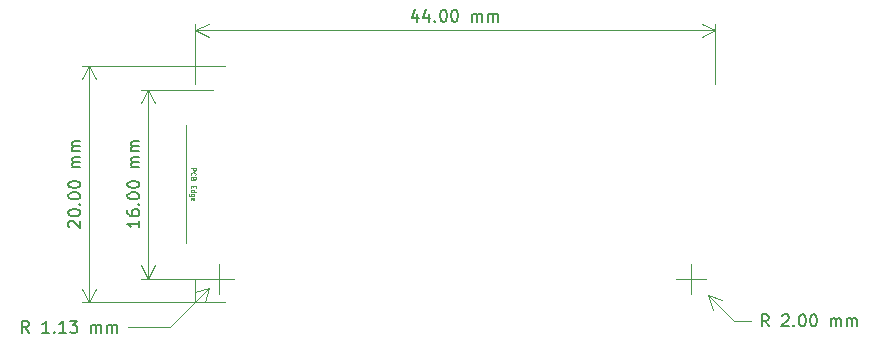
<source format=gbr>
%TF.GenerationSoftware,KiCad,Pcbnew,9.0.1*%
%TF.CreationDate,2025-04-12T17:39:00+05:30*%
%TF.ProjectId,ESPNut-D1,4553504e-7574-42d4-9431-2e6b69636164,0.1*%
%TF.SameCoordinates,Original*%
%TF.FileFunction,OtherDrawing,Comment*%
%FSLAX46Y46*%
G04 Gerber Fmt 4.6, Leading zero omitted, Abs format (unit mm)*
G04 Created by KiCad (PCBNEW 9.0.1) date 2025-04-12 17:39:00*
%MOMM*%
%LPD*%
G01*
G04 APERTURE LIST*
%ADD10C,0.100000*%
%ADD11C,0.200000*%
G04 APERTURE END LIST*
D10*
X0Y2000000D02*
X0Y0D01*
X0Y0D02*
X2000000Y0D01*
D11*
X48532488Y-2045379D02*
X48199155Y-1569188D01*
X47961060Y-2045379D02*
X47961060Y-1045379D01*
X47961060Y-1045379D02*
X48342012Y-1045379D01*
X48342012Y-1045379D02*
X48437250Y-1092998D01*
X48437250Y-1092998D02*
X48484869Y-1140617D01*
X48484869Y-1140617D02*
X48532488Y-1235855D01*
X48532488Y-1235855D02*
X48532488Y-1378712D01*
X48532488Y-1378712D02*
X48484869Y-1473950D01*
X48484869Y-1473950D02*
X48437250Y-1521569D01*
X48437250Y-1521569D02*
X48342012Y-1569188D01*
X48342012Y-1569188D02*
X47961060Y-1569188D01*
X49675346Y-1140617D02*
X49722965Y-1092998D01*
X49722965Y-1092998D02*
X49818203Y-1045379D01*
X49818203Y-1045379D02*
X50056298Y-1045379D01*
X50056298Y-1045379D02*
X50151536Y-1092998D01*
X50151536Y-1092998D02*
X50199155Y-1140617D01*
X50199155Y-1140617D02*
X50246774Y-1235855D01*
X50246774Y-1235855D02*
X50246774Y-1331093D01*
X50246774Y-1331093D02*
X50199155Y-1473950D01*
X50199155Y-1473950D02*
X49627727Y-2045379D01*
X49627727Y-2045379D02*
X50246774Y-2045379D01*
X50675346Y-1950140D02*
X50722965Y-1997760D01*
X50722965Y-1997760D02*
X50675346Y-2045379D01*
X50675346Y-2045379D02*
X50627727Y-1997760D01*
X50627727Y-1997760D02*
X50675346Y-1950140D01*
X50675346Y-1950140D02*
X50675346Y-2045379D01*
X51342012Y-1045379D02*
X51437250Y-1045379D01*
X51437250Y-1045379D02*
X51532488Y-1092998D01*
X51532488Y-1092998D02*
X51580107Y-1140617D01*
X51580107Y-1140617D02*
X51627726Y-1235855D01*
X51627726Y-1235855D02*
X51675345Y-1426331D01*
X51675345Y-1426331D02*
X51675345Y-1664426D01*
X51675345Y-1664426D02*
X51627726Y-1854902D01*
X51627726Y-1854902D02*
X51580107Y-1950140D01*
X51580107Y-1950140D02*
X51532488Y-1997760D01*
X51532488Y-1997760D02*
X51437250Y-2045379D01*
X51437250Y-2045379D02*
X51342012Y-2045379D01*
X51342012Y-2045379D02*
X51246774Y-1997760D01*
X51246774Y-1997760D02*
X51199155Y-1950140D01*
X51199155Y-1950140D02*
X51151536Y-1854902D01*
X51151536Y-1854902D02*
X51103917Y-1664426D01*
X51103917Y-1664426D02*
X51103917Y-1426331D01*
X51103917Y-1426331D02*
X51151536Y-1235855D01*
X51151536Y-1235855D02*
X51199155Y-1140617D01*
X51199155Y-1140617D02*
X51246774Y-1092998D01*
X51246774Y-1092998D02*
X51342012Y-1045379D01*
X52294393Y-1045379D02*
X52389631Y-1045379D01*
X52389631Y-1045379D02*
X52484869Y-1092998D01*
X52484869Y-1092998D02*
X52532488Y-1140617D01*
X52532488Y-1140617D02*
X52580107Y-1235855D01*
X52580107Y-1235855D02*
X52627726Y-1426331D01*
X52627726Y-1426331D02*
X52627726Y-1664426D01*
X52627726Y-1664426D02*
X52580107Y-1854902D01*
X52580107Y-1854902D02*
X52532488Y-1950140D01*
X52532488Y-1950140D02*
X52484869Y-1997760D01*
X52484869Y-1997760D02*
X52389631Y-2045379D01*
X52389631Y-2045379D02*
X52294393Y-2045379D01*
X52294393Y-2045379D02*
X52199155Y-1997760D01*
X52199155Y-1997760D02*
X52151536Y-1950140D01*
X52151536Y-1950140D02*
X52103917Y-1854902D01*
X52103917Y-1854902D02*
X52056298Y-1664426D01*
X52056298Y-1664426D02*
X52056298Y-1426331D01*
X52056298Y-1426331D02*
X52103917Y-1235855D01*
X52103917Y-1235855D02*
X52151536Y-1140617D01*
X52151536Y-1140617D02*
X52199155Y-1092998D01*
X52199155Y-1092998D02*
X52294393Y-1045379D01*
X53818203Y-2045379D02*
X53818203Y-1378712D01*
X53818203Y-1473950D02*
X53865822Y-1426331D01*
X53865822Y-1426331D02*
X53961060Y-1378712D01*
X53961060Y-1378712D02*
X54103917Y-1378712D01*
X54103917Y-1378712D02*
X54199155Y-1426331D01*
X54199155Y-1426331D02*
X54246774Y-1521569D01*
X54246774Y-1521569D02*
X54246774Y-2045379D01*
X54246774Y-1521569D02*
X54294393Y-1426331D01*
X54294393Y-1426331D02*
X54389631Y-1378712D01*
X54389631Y-1378712D02*
X54532488Y-1378712D01*
X54532488Y-1378712D02*
X54627727Y-1426331D01*
X54627727Y-1426331D02*
X54675346Y-1521569D01*
X54675346Y-1521569D02*
X54675346Y-2045379D01*
X55151536Y-2045379D02*
X55151536Y-1378712D01*
X55151536Y-1473950D02*
X55199155Y-1426331D01*
X55199155Y-1426331D02*
X55294393Y-1378712D01*
X55294393Y-1378712D02*
X55437250Y-1378712D01*
X55437250Y-1378712D02*
X55532488Y-1426331D01*
X55532488Y-1426331D02*
X55580107Y-1521569D01*
X55580107Y-1521569D02*
X55580107Y-2045379D01*
X55580107Y-1521569D02*
X55627726Y-1426331D01*
X55627726Y-1426331D02*
X55722964Y-1378712D01*
X55722964Y-1378712D02*
X55865821Y-1378712D01*
X55865821Y-1378712D02*
X55961060Y-1426331D01*
X55961060Y-1426331D02*
X56008679Y-1521569D01*
X56008679Y-1521569D02*
X56008679Y-2045379D01*
D10*
X42000000Y3270000D02*
X42000000Y730000D01*
X43270000Y2000000D02*
X40730000Y2000000D01*
X43414214Y585786D02*
X45593160Y-1593160D01*
X45593160Y-1593160D02*
X47022965Y-1593160D01*
X43414214Y585786D02*
X44625435Y203890D01*
X43414214Y585786D02*
X43796110Y-625435D01*
D11*
X-14090764Y-2584679D02*
X-14424097Y-2108488D01*
X-14662192Y-2584679D02*
X-14662192Y-1584679D01*
X-14662192Y-1584679D02*
X-14281240Y-1584679D01*
X-14281240Y-1584679D02*
X-14186002Y-1632298D01*
X-14186002Y-1632298D02*
X-14138383Y-1679917D01*
X-14138383Y-1679917D02*
X-14090764Y-1775155D01*
X-14090764Y-1775155D02*
X-14090764Y-1918012D01*
X-14090764Y-1918012D02*
X-14138383Y-2013250D01*
X-14138383Y-2013250D02*
X-14186002Y-2060869D01*
X-14186002Y-2060869D02*
X-14281240Y-2108488D01*
X-14281240Y-2108488D02*
X-14662192Y-2108488D01*
X-12376478Y-2584679D02*
X-12947906Y-2584679D01*
X-12662192Y-2584679D02*
X-12662192Y-1584679D01*
X-12662192Y-1584679D02*
X-12757430Y-1727536D01*
X-12757430Y-1727536D02*
X-12852668Y-1822774D01*
X-12852668Y-1822774D02*
X-12947906Y-1870393D01*
X-11947906Y-2489440D02*
X-11900287Y-2537060D01*
X-11900287Y-2537060D02*
X-11947906Y-2584679D01*
X-11947906Y-2584679D02*
X-11995525Y-2537060D01*
X-11995525Y-2537060D02*
X-11947906Y-2489440D01*
X-11947906Y-2489440D02*
X-11947906Y-2584679D01*
X-10947907Y-2584679D02*
X-11519335Y-2584679D01*
X-11233621Y-2584679D02*
X-11233621Y-1584679D01*
X-11233621Y-1584679D02*
X-11328859Y-1727536D01*
X-11328859Y-1727536D02*
X-11424097Y-1822774D01*
X-11424097Y-1822774D02*
X-11519335Y-1870393D01*
X-10614573Y-1584679D02*
X-9995526Y-1584679D01*
X-9995526Y-1584679D02*
X-10328859Y-1965631D01*
X-10328859Y-1965631D02*
X-10186002Y-1965631D01*
X-10186002Y-1965631D02*
X-10090764Y-2013250D01*
X-10090764Y-2013250D02*
X-10043145Y-2060869D01*
X-10043145Y-2060869D02*
X-9995526Y-2156107D01*
X-9995526Y-2156107D02*
X-9995526Y-2394202D01*
X-9995526Y-2394202D02*
X-10043145Y-2489440D01*
X-10043145Y-2489440D02*
X-10090764Y-2537060D01*
X-10090764Y-2537060D02*
X-10186002Y-2584679D01*
X-10186002Y-2584679D02*
X-10471716Y-2584679D01*
X-10471716Y-2584679D02*
X-10566954Y-2537060D01*
X-10566954Y-2537060D02*
X-10614573Y-2489440D01*
X-8805049Y-2584679D02*
X-8805049Y-1918012D01*
X-8805049Y-2013250D02*
X-8757430Y-1965631D01*
X-8757430Y-1965631D02*
X-8662192Y-1918012D01*
X-8662192Y-1918012D02*
X-8519335Y-1918012D01*
X-8519335Y-1918012D02*
X-8424097Y-1965631D01*
X-8424097Y-1965631D02*
X-8376478Y-2060869D01*
X-8376478Y-2060869D02*
X-8376478Y-2584679D01*
X-8376478Y-2060869D02*
X-8328859Y-1965631D01*
X-8328859Y-1965631D02*
X-8233621Y-1918012D01*
X-8233621Y-1918012D02*
X-8090764Y-1918012D01*
X-8090764Y-1918012D02*
X-7995525Y-1965631D01*
X-7995525Y-1965631D02*
X-7947906Y-2060869D01*
X-7947906Y-2060869D02*
X-7947906Y-2584679D01*
X-7471716Y-2584679D02*
X-7471716Y-1918012D01*
X-7471716Y-2013250D02*
X-7424097Y-1965631D01*
X-7424097Y-1965631D02*
X-7328859Y-1918012D01*
X-7328859Y-1918012D02*
X-7186002Y-1918012D01*
X-7186002Y-1918012D02*
X-7090764Y-1965631D01*
X-7090764Y-1965631D02*
X-7043145Y-2060869D01*
X-7043145Y-2060869D02*
X-7043145Y-2584679D01*
X-7043145Y-2060869D02*
X-6995526Y-1965631D01*
X-6995526Y-1965631D02*
X-6900288Y-1918012D01*
X-6900288Y-1918012D02*
X-6757431Y-1918012D01*
X-6757431Y-1918012D02*
X-6662192Y-1965631D01*
X-6662192Y-1965631D02*
X-6614573Y-2060869D01*
X-6614573Y-2060869D02*
X-6614573Y-2584679D01*
D10*
X2000000Y3270000D02*
X2000000Y730000D01*
X3270000Y2000000D02*
X730000Y2000000D01*
X1200000Y1200000D02*
X-2132460Y-2132460D01*
X-2132460Y-2132460D02*
X-5676478Y-2132460D01*
X1200000Y1200000D02*
X818104Y-11221D01*
X1200000Y1200000D02*
X-11221Y818104D01*
D11*
X-10652543Y6333335D02*
X-10700162Y6380954D01*
X-10700162Y6380954D02*
X-10747781Y6476192D01*
X-10747781Y6476192D02*
X-10747781Y6714287D01*
X-10747781Y6714287D02*
X-10700162Y6809525D01*
X-10700162Y6809525D02*
X-10652543Y6857144D01*
X-10652543Y6857144D02*
X-10557305Y6904763D01*
X-10557305Y6904763D02*
X-10462067Y6904763D01*
X-10462067Y6904763D02*
X-10319210Y6857144D01*
X-10319210Y6857144D02*
X-9747781Y6285716D01*
X-9747781Y6285716D02*
X-9747781Y6904763D01*
X-10747781Y7523811D02*
X-10747781Y7619049D01*
X-10747781Y7619049D02*
X-10700162Y7714287D01*
X-10700162Y7714287D02*
X-10652543Y7761906D01*
X-10652543Y7761906D02*
X-10557305Y7809525D01*
X-10557305Y7809525D02*
X-10366829Y7857144D01*
X-10366829Y7857144D02*
X-10128734Y7857144D01*
X-10128734Y7857144D02*
X-9938258Y7809525D01*
X-9938258Y7809525D02*
X-9843020Y7761906D01*
X-9843020Y7761906D02*
X-9795400Y7714287D01*
X-9795400Y7714287D02*
X-9747781Y7619049D01*
X-9747781Y7619049D02*
X-9747781Y7523811D01*
X-9747781Y7523811D02*
X-9795400Y7428573D01*
X-9795400Y7428573D02*
X-9843020Y7380954D01*
X-9843020Y7380954D02*
X-9938258Y7333335D01*
X-9938258Y7333335D02*
X-10128734Y7285716D01*
X-10128734Y7285716D02*
X-10366829Y7285716D01*
X-10366829Y7285716D02*
X-10557305Y7333335D01*
X-10557305Y7333335D02*
X-10652543Y7380954D01*
X-10652543Y7380954D02*
X-10700162Y7428573D01*
X-10700162Y7428573D02*
X-10747781Y7523811D01*
X-9843020Y8285716D02*
X-9795400Y8333335D01*
X-9795400Y8333335D02*
X-9747781Y8285716D01*
X-9747781Y8285716D02*
X-9795400Y8238097D01*
X-9795400Y8238097D02*
X-9843020Y8285716D01*
X-9843020Y8285716D02*
X-9747781Y8285716D01*
X-10747781Y8952382D02*
X-10747781Y9047620D01*
X-10747781Y9047620D02*
X-10700162Y9142858D01*
X-10700162Y9142858D02*
X-10652543Y9190477D01*
X-10652543Y9190477D02*
X-10557305Y9238096D01*
X-10557305Y9238096D02*
X-10366829Y9285715D01*
X-10366829Y9285715D02*
X-10128734Y9285715D01*
X-10128734Y9285715D02*
X-9938258Y9238096D01*
X-9938258Y9238096D02*
X-9843020Y9190477D01*
X-9843020Y9190477D02*
X-9795400Y9142858D01*
X-9795400Y9142858D02*
X-9747781Y9047620D01*
X-9747781Y9047620D02*
X-9747781Y8952382D01*
X-9747781Y8952382D02*
X-9795400Y8857144D01*
X-9795400Y8857144D02*
X-9843020Y8809525D01*
X-9843020Y8809525D02*
X-9938258Y8761906D01*
X-9938258Y8761906D02*
X-10128734Y8714287D01*
X-10128734Y8714287D02*
X-10366829Y8714287D01*
X-10366829Y8714287D02*
X-10557305Y8761906D01*
X-10557305Y8761906D02*
X-10652543Y8809525D01*
X-10652543Y8809525D02*
X-10700162Y8857144D01*
X-10700162Y8857144D02*
X-10747781Y8952382D01*
X-10747781Y9904763D02*
X-10747781Y10000001D01*
X-10747781Y10000001D02*
X-10700162Y10095239D01*
X-10700162Y10095239D02*
X-10652543Y10142858D01*
X-10652543Y10142858D02*
X-10557305Y10190477D01*
X-10557305Y10190477D02*
X-10366829Y10238096D01*
X-10366829Y10238096D02*
X-10128734Y10238096D01*
X-10128734Y10238096D02*
X-9938258Y10190477D01*
X-9938258Y10190477D02*
X-9843020Y10142858D01*
X-9843020Y10142858D02*
X-9795400Y10095239D01*
X-9795400Y10095239D02*
X-9747781Y10000001D01*
X-9747781Y10000001D02*
X-9747781Y9904763D01*
X-9747781Y9904763D02*
X-9795400Y9809525D01*
X-9795400Y9809525D02*
X-9843020Y9761906D01*
X-9843020Y9761906D02*
X-9938258Y9714287D01*
X-9938258Y9714287D02*
X-10128734Y9666668D01*
X-10128734Y9666668D02*
X-10366829Y9666668D01*
X-10366829Y9666668D02*
X-10557305Y9714287D01*
X-10557305Y9714287D02*
X-10652543Y9761906D01*
X-10652543Y9761906D02*
X-10700162Y9809525D01*
X-10700162Y9809525D02*
X-10747781Y9904763D01*
X-9747781Y11428573D02*
X-10414448Y11428573D01*
X-10319210Y11428573D02*
X-10366829Y11476192D01*
X-10366829Y11476192D02*
X-10414448Y11571430D01*
X-10414448Y11571430D02*
X-10414448Y11714287D01*
X-10414448Y11714287D02*
X-10366829Y11809525D01*
X-10366829Y11809525D02*
X-10271591Y11857144D01*
X-10271591Y11857144D02*
X-9747781Y11857144D01*
X-10271591Y11857144D02*
X-10366829Y11904763D01*
X-10366829Y11904763D02*
X-10414448Y12000001D01*
X-10414448Y12000001D02*
X-10414448Y12142858D01*
X-10414448Y12142858D02*
X-10366829Y12238097D01*
X-10366829Y12238097D02*
X-10271591Y12285716D01*
X-10271591Y12285716D02*
X-9747781Y12285716D01*
X-9747781Y12761906D02*
X-10414448Y12761906D01*
X-10319210Y12761906D02*
X-10366829Y12809525D01*
X-10366829Y12809525D02*
X-10414448Y12904763D01*
X-10414448Y12904763D02*
X-10414448Y13047620D01*
X-10414448Y13047620D02*
X-10366829Y13142858D01*
X-10366829Y13142858D02*
X-10271591Y13190477D01*
X-10271591Y13190477D02*
X-9747781Y13190477D01*
X-10271591Y13190477D02*
X-10366829Y13238096D01*
X-10366829Y13238096D02*
X-10414448Y13333334D01*
X-10414448Y13333334D02*
X-10414448Y13476191D01*
X-10414448Y13476191D02*
X-10366829Y13571430D01*
X-10366829Y13571430D02*
X-10271591Y13619049D01*
X-10271591Y13619049D02*
X-9747781Y13619049D01*
D10*
X2500000Y20000000D02*
X-9586420Y20000000D01*
X-9586420Y0D02*
X2500000Y0D01*
X-9000000Y20000000D02*
X-9000000Y0D01*
X-9000000Y20000000D02*
X-8413579Y18873496D01*
X-9000000Y20000000D02*
X-9586421Y18873496D01*
X-9000000Y0D02*
X-9586421Y1126504D01*
X-9000000Y0D02*
X-8413579Y1126504D01*
D11*
X18809524Y24414448D02*
X18809524Y23747781D01*
X18571429Y24795400D02*
X18333334Y24081115D01*
X18333334Y24081115D02*
X18952381Y24081115D01*
X19761905Y24414448D02*
X19761905Y23747781D01*
X19523810Y24795400D02*
X19285715Y24081115D01*
X19285715Y24081115D02*
X19904762Y24081115D01*
X20285715Y23843020D02*
X20333334Y23795400D01*
X20333334Y23795400D02*
X20285715Y23747781D01*
X20285715Y23747781D02*
X20238096Y23795400D01*
X20238096Y23795400D02*
X20285715Y23843020D01*
X20285715Y23843020D02*
X20285715Y23747781D01*
X20952381Y24747781D02*
X21047619Y24747781D01*
X21047619Y24747781D02*
X21142857Y24700162D01*
X21142857Y24700162D02*
X21190476Y24652543D01*
X21190476Y24652543D02*
X21238095Y24557305D01*
X21238095Y24557305D02*
X21285714Y24366829D01*
X21285714Y24366829D02*
X21285714Y24128734D01*
X21285714Y24128734D02*
X21238095Y23938258D01*
X21238095Y23938258D02*
X21190476Y23843020D01*
X21190476Y23843020D02*
X21142857Y23795400D01*
X21142857Y23795400D02*
X21047619Y23747781D01*
X21047619Y23747781D02*
X20952381Y23747781D01*
X20952381Y23747781D02*
X20857143Y23795400D01*
X20857143Y23795400D02*
X20809524Y23843020D01*
X20809524Y23843020D02*
X20761905Y23938258D01*
X20761905Y23938258D02*
X20714286Y24128734D01*
X20714286Y24128734D02*
X20714286Y24366829D01*
X20714286Y24366829D02*
X20761905Y24557305D01*
X20761905Y24557305D02*
X20809524Y24652543D01*
X20809524Y24652543D02*
X20857143Y24700162D01*
X20857143Y24700162D02*
X20952381Y24747781D01*
X21904762Y24747781D02*
X22000000Y24747781D01*
X22000000Y24747781D02*
X22095238Y24700162D01*
X22095238Y24700162D02*
X22142857Y24652543D01*
X22142857Y24652543D02*
X22190476Y24557305D01*
X22190476Y24557305D02*
X22238095Y24366829D01*
X22238095Y24366829D02*
X22238095Y24128734D01*
X22238095Y24128734D02*
X22190476Y23938258D01*
X22190476Y23938258D02*
X22142857Y23843020D01*
X22142857Y23843020D02*
X22095238Y23795400D01*
X22095238Y23795400D02*
X22000000Y23747781D01*
X22000000Y23747781D02*
X21904762Y23747781D01*
X21904762Y23747781D02*
X21809524Y23795400D01*
X21809524Y23795400D02*
X21761905Y23843020D01*
X21761905Y23843020D02*
X21714286Y23938258D01*
X21714286Y23938258D02*
X21666667Y24128734D01*
X21666667Y24128734D02*
X21666667Y24366829D01*
X21666667Y24366829D02*
X21714286Y24557305D01*
X21714286Y24557305D02*
X21761905Y24652543D01*
X21761905Y24652543D02*
X21809524Y24700162D01*
X21809524Y24700162D02*
X21904762Y24747781D01*
X23428572Y23747781D02*
X23428572Y24414448D01*
X23428572Y24319210D02*
X23476191Y24366829D01*
X23476191Y24366829D02*
X23571429Y24414448D01*
X23571429Y24414448D02*
X23714286Y24414448D01*
X23714286Y24414448D02*
X23809524Y24366829D01*
X23809524Y24366829D02*
X23857143Y24271591D01*
X23857143Y24271591D02*
X23857143Y23747781D01*
X23857143Y24271591D02*
X23904762Y24366829D01*
X23904762Y24366829D02*
X24000000Y24414448D01*
X24000000Y24414448D02*
X24142857Y24414448D01*
X24142857Y24414448D02*
X24238096Y24366829D01*
X24238096Y24366829D02*
X24285715Y24271591D01*
X24285715Y24271591D02*
X24285715Y23747781D01*
X24761905Y23747781D02*
X24761905Y24414448D01*
X24761905Y24319210D02*
X24809524Y24366829D01*
X24809524Y24366829D02*
X24904762Y24414448D01*
X24904762Y24414448D02*
X25047619Y24414448D01*
X25047619Y24414448D02*
X25142857Y24366829D01*
X25142857Y24366829D02*
X25190476Y24271591D01*
X25190476Y24271591D02*
X25190476Y23747781D01*
X25190476Y24271591D02*
X25238095Y24366829D01*
X25238095Y24366829D02*
X25333333Y24414448D01*
X25333333Y24414448D02*
X25476190Y24414448D01*
X25476190Y24414448D02*
X25571429Y24366829D01*
X25571429Y24366829D02*
X25619048Y24271591D01*
X25619048Y24271591D02*
X25619048Y23747781D01*
D10*
X0Y18500000D02*
X0Y23586420D01*
X44000000Y23586420D02*
X44000000Y18500000D01*
X0Y23000000D02*
X44000000Y23000000D01*
X0Y23000000D02*
X1126504Y23586421D01*
X0Y23000000D02*
X1126504Y22413579D01*
X44000000Y23000000D02*
X42873496Y22413579D01*
X44000000Y23000000D02*
X42873496Y23586421D01*
D11*
X-4747781Y6904763D02*
X-4747781Y6333335D01*
X-4747781Y6619049D02*
X-5747781Y6619049D01*
X-5747781Y6619049D02*
X-5604924Y6523811D01*
X-5604924Y6523811D02*
X-5509686Y6428573D01*
X-5509686Y6428573D02*
X-5462067Y6333335D01*
X-5747781Y7761906D02*
X-5747781Y7571430D01*
X-5747781Y7571430D02*
X-5700162Y7476192D01*
X-5700162Y7476192D02*
X-5652543Y7428573D01*
X-5652543Y7428573D02*
X-5509686Y7333335D01*
X-5509686Y7333335D02*
X-5319210Y7285716D01*
X-5319210Y7285716D02*
X-4938258Y7285716D01*
X-4938258Y7285716D02*
X-4843020Y7333335D01*
X-4843020Y7333335D02*
X-4795400Y7380954D01*
X-4795400Y7380954D02*
X-4747781Y7476192D01*
X-4747781Y7476192D02*
X-4747781Y7666668D01*
X-4747781Y7666668D02*
X-4795400Y7761906D01*
X-4795400Y7761906D02*
X-4843020Y7809525D01*
X-4843020Y7809525D02*
X-4938258Y7857144D01*
X-4938258Y7857144D02*
X-5176353Y7857144D01*
X-5176353Y7857144D02*
X-5271591Y7809525D01*
X-5271591Y7809525D02*
X-5319210Y7761906D01*
X-5319210Y7761906D02*
X-5366829Y7666668D01*
X-5366829Y7666668D02*
X-5366829Y7476192D01*
X-5366829Y7476192D02*
X-5319210Y7380954D01*
X-5319210Y7380954D02*
X-5271591Y7333335D01*
X-5271591Y7333335D02*
X-5176353Y7285716D01*
X-4843020Y8285716D02*
X-4795400Y8333335D01*
X-4795400Y8333335D02*
X-4747781Y8285716D01*
X-4747781Y8285716D02*
X-4795400Y8238097D01*
X-4795400Y8238097D02*
X-4843020Y8285716D01*
X-4843020Y8285716D02*
X-4747781Y8285716D01*
X-5747781Y8952382D02*
X-5747781Y9047620D01*
X-5747781Y9047620D02*
X-5700162Y9142858D01*
X-5700162Y9142858D02*
X-5652543Y9190477D01*
X-5652543Y9190477D02*
X-5557305Y9238096D01*
X-5557305Y9238096D02*
X-5366829Y9285715D01*
X-5366829Y9285715D02*
X-5128734Y9285715D01*
X-5128734Y9285715D02*
X-4938258Y9238096D01*
X-4938258Y9238096D02*
X-4843020Y9190477D01*
X-4843020Y9190477D02*
X-4795400Y9142858D01*
X-4795400Y9142858D02*
X-4747781Y9047620D01*
X-4747781Y9047620D02*
X-4747781Y8952382D01*
X-4747781Y8952382D02*
X-4795400Y8857144D01*
X-4795400Y8857144D02*
X-4843020Y8809525D01*
X-4843020Y8809525D02*
X-4938258Y8761906D01*
X-4938258Y8761906D02*
X-5128734Y8714287D01*
X-5128734Y8714287D02*
X-5366829Y8714287D01*
X-5366829Y8714287D02*
X-5557305Y8761906D01*
X-5557305Y8761906D02*
X-5652543Y8809525D01*
X-5652543Y8809525D02*
X-5700162Y8857144D01*
X-5700162Y8857144D02*
X-5747781Y8952382D01*
X-5747781Y9904763D02*
X-5747781Y10000001D01*
X-5747781Y10000001D02*
X-5700162Y10095239D01*
X-5700162Y10095239D02*
X-5652543Y10142858D01*
X-5652543Y10142858D02*
X-5557305Y10190477D01*
X-5557305Y10190477D02*
X-5366829Y10238096D01*
X-5366829Y10238096D02*
X-5128734Y10238096D01*
X-5128734Y10238096D02*
X-4938258Y10190477D01*
X-4938258Y10190477D02*
X-4843020Y10142858D01*
X-4843020Y10142858D02*
X-4795400Y10095239D01*
X-4795400Y10095239D02*
X-4747781Y10000001D01*
X-4747781Y10000001D02*
X-4747781Y9904763D01*
X-4747781Y9904763D02*
X-4795400Y9809525D01*
X-4795400Y9809525D02*
X-4843020Y9761906D01*
X-4843020Y9761906D02*
X-4938258Y9714287D01*
X-4938258Y9714287D02*
X-5128734Y9666668D01*
X-5128734Y9666668D02*
X-5366829Y9666668D01*
X-5366829Y9666668D02*
X-5557305Y9714287D01*
X-5557305Y9714287D02*
X-5652543Y9761906D01*
X-5652543Y9761906D02*
X-5700162Y9809525D01*
X-5700162Y9809525D02*
X-5747781Y9904763D01*
X-4747781Y11428573D02*
X-5414448Y11428573D01*
X-5319210Y11428573D02*
X-5366829Y11476192D01*
X-5366829Y11476192D02*
X-5414448Y11571430D01*
X-5414448Y11571430D02*
X-5414448Y11714287D01*
X-5414448Y11714287D02*
X-5366829Y11809525D01*
X-5366829Y11809525D02*
X-5271591Y11857144D01*
X-5271591Y11857144D02*
X-4747781Y11857144D01*
X-5271591Y11857144D02*
X-5366829Y11904763D01*
X-5366829Y11904763D02*
X-5414448Y12000001D01*
X-5414448Y12000001D02*
X-5414448Y12142858D01*
X-5414448Y12142858D02*
X-5366829Y12238097D01*
X-5366829Y12238097D02*
X-5271591Y12285716D01*
X-5271591Y12285716D02*
X-4747781Y12285716D01*
X-4747781Y12761906D02*
X-5414448Y12761906D01*
X-5319210Y12761906D02*
X-5366829Y12809525D01*
X-5366829Y12809525D02*
X-5414448Y12904763D01*
X-5414448Y12904763D02*
X-5414448Y13047620D01*
X-5414448Y13047620D02*
X-5366829Y13142858D01*
X-5366829Y13142858D02*
X-5271591Y13190477D01*
X-5271591Y13190477D02*
X-4747781Y13190477D01*
X-5271591Y13190477D02*
X-5366829Y13238096D01*
X-5366829Y13238096D02*
X-5414448Y13333334D01*
X-5414448Y13333334D02*
X-5414448Y13476191D01*
X-5414448Y13476191D02*
X-5366829Y13571430D01*
X-5366829Y13571430D02*
X-5271591Y13619049D01*
X-5271591Y13619049D02*
X-4747781Y13619049D01*
D10*
X1500000Y18000000D02*
X-4586420Y18000000D01*
X-4586420Y2000000D02*
X1500000Y2000000D01*
X-4000000Y18000000D02*
X-4000000Y2000000D01*
X-4000000Y18000000D02*
X-3413579Y16873496D01*
X-4000000Y18000000D02*
X-4586421Y16873496D01*
X-4000000Y2000000D02*
X-4586421Y3126504D01*
X-4000000Y2000000D02*
X-3413579Y3126504D01*
X-379848Y11371429D02*
X20152Y11371429D01*
X20152Y11371429D02*
X20152Y11219048D01*
X20152Y11219048D02*
X1104Y11180953D01*
X1104Y11180953D02*
X-17943Y11161906D01*
X-17943Y11161906D02*
X-56039Y11142858D01*
X-56039Y11142858D02*
X-113181Y11142858D01*
X-113181Y11142858D02*
X-151277Y11161906D01*
X-151277Y11161906D02*
X-170324Y11180953D01*
X-170324Y11180953D02*
X-189372Y11219048D01*
X-189372Y11219048D02*
X-189372Y11371429D01*
X-341753Y10742858D02*
X-360800Y10761906D01*
X-360800Y10761906D02*
X-379848Y10819048D01*
X-379848Y10819048D02*
X-379848Y10857144D01*
X-379848Y10857144D02*
X-360800Y10914287D01*
X-360800Y10914287D02*
X-322705Y10952382D01*
X-322705Y10952382D02*
X-284610Y10971429D01*
X-284610Y10971429D02*
X-208420Y10990477D01*
X-208420Y10990477D02*
X-151277Y10990477D01*
X-151277Y10990477D02*
X-75086Y10971429D01*
X-75086Y10971429D02*
X-36991Y10952382D01*
X-36991Y10952382D02*
X1104Y10914287D01*
X1104Y10914287D02*
X20152Y10857144D01*
X20152Y10857144D02*
X20152Y10819048D01*
X20152Y10819048D02*
X1104Y10761906D01*
X1104Y10761906D02*
X-17943Y10742858D01*
X-170324Y10438096D02*
X-189372Y10380953D01*
X-189372Y10380953D02*
X-208420Y10361906D01*
X-208420Y10361906D02*
X-246515Y10342858D01*
X-246515Y10342858D02*
X-303658Y10342858D01*
X-303658Y10342858D02*
X-341753Y10361906D01*
X-341753Y10361906D02*
X-360800Y10380953D01*
X-360800Y10380953D02*
X-379848Y10419048D01*
X-379848Y10419048D02*
X-379848Y10571429D01*
X-379848Y10571429D02*
X20152Y10571429D01*
X20152Y10571429D02*
X20152Y10438096D01*
X20152Y10438096D02*
X1104Y10400001D01*
X1104Y10400001D02*
X-17943Y10380953D01*
X-17943Y10380953D02*
X-56039Y10361906D01*
X-56039Y10361906D02*
X-94134Y10361906D01*
X-94134Y10361906D02*
X-132229Y10380953D01*
X-132229Y10380953D02*
X-151277Y10400001D01*
X-151277Y10400001D02*
X-170324Y10438096D01*
X-170324Y10438096D02*
X-170324Y10571429D01*
X-170324Y9866667D02*
X-170324Y9733334D01*
X-379848Y9676191D02*
X-379848Y9866667D01*
X-379848Y9866667D02*
X20152Y9866667D01*
X20152Y9866667D02*
X20152Y9676191D01*
X-379848Y9333334D02*
X20152Y9333334D01*
X-360800Y9333334D02*
X-379848Y9371429D01*
X-379848Y9371429D02*
X-379848Y9447620D01*
X-379848Y9447620D02*
X-360800Y9485715D01*
X-360800Y9485715D02*
X-341753Y9504762D01*
X-341753Y9504762D02*
X-303658Y9523810D01*
X-303658Y9523810D02*
X-189372Y9523810D01*
X-189372Y9523810D02*
X-151277Y9504762D01*
X-151277Y9504762D02*
X-132229Y9485715D01*
X-132229Y9485715D02*
X-113181Y9447620D01*
X-113181Y9447620D02*
X-113181Y9371429D01*
X-113181Y9371429D02*
X-132229Y9333334D01*
X-113181Y8971429D02*
X-436991Y8971429D01*
X-436991Y8971429D02*
X-475086Y8990476D01*
X-475086Y8990476D02*
X-494134Y9009524D01*
X-494134Y9009524D02*
X-513181Y9047619D01*
X-513181Y9047619D02*
X-513181Y9104762D01*
X-513181Y9104762D02*
X-494134Y9142857D01*
X-360800Y8971429D02*
X-379848Y9009524D01*
X-379848Y9009524D02*
X-379848Y9085715D01*
X-379848Y9085715D02*
X-360800Y9123810D01*
X-360800Y9123810D02*
X-341753Y9142857D01*
X-341753Y9142857D02*
X-303658Y9161905D01*
X-303658Y9161905D02*
X-189372Y9161905D01*
X-189372Y9161905D02*
X-151277Y9142857D01*
X-151277Y9142857D02*
X-132229Y9123810D01*
X-132229Y9123810D02*
X-113181Y9085715D01*
X-113181Y9085715D02*
X-113181Y9009524D01*
X-113181Y9009524D02*
X-132229Y8971429D01*
X-360800Y8628571D02*
X-379848Y8666667D01*
X-379848Y8666667D02*
X-379848Y8742857D01*
X-379848Y8742857D02*
X-360800Y8780952D01*
X-360800Y8780952D02*
X-322705Y8800000D01*
X-322705Y8800000D02*
X-170324Y8800000D01*
X-170324Y8800000D02*
X-132229Y8780952D01*
X-132229Y8780952D02*
X-113181Y8742857D01*
X-113181Y8742857D02*
X-113181Y8666667D01*
X-113181Y8666667D02*
X-132229Y8628571D01*
X-132229Y8628571D02*
X-170324Y8609524D01*
X-170324Y8609524D02*
X-208420Y8609524D01*
X-208420Y8609524D02*
X-246515Y8800000D01*
X-800000Y15000000D02*
X-800000Y5000000D01*
M02*

</source>
